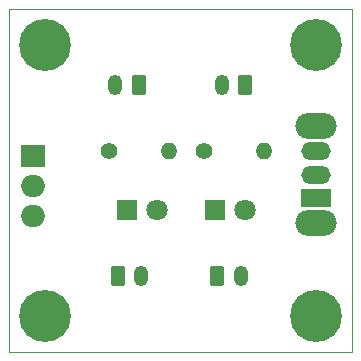
<source format=gtl>
%TF.GenerationSoftware,KiCad,Pcbnew,(6.0.0)*%
%TF.CreationDate,2022-01-22T14:04:59+01:00*%
%TF.ProjectId,Carte_elec_video_tigresse2,43617274-655f-4656-9c65-635f76696465,rev?*%
%TF.SameCoordinates,Original*%
%TF.FileFunction,Copper,L1,Top*%
%TF.FilePolarity,Positive*%
%FSLAX46Y46*%
G04 Gerber Fmt 4.6, Leading zero omitted, Abs format (unit mm)*
G04 Created by KiCad (PCBNEW (6.0.0)) date 2022-01-22 14:04:59*
%MOMM*%
%LPD*%
G01*
G04 APERTURE LIST*
G04 Aperture macros list*
%AMRoundRect*
0 Rectangle with rounded corners*
0 $1 Rounding radius*
0 $2 $3 $4 $5 $6 $7 $8 $9 X,Y pos of 4 corners*
0 Add a 4 corners polygon primitive as box body*
4,1,4,$2,$3,$4,$5,$6,$7,$8,$9,$2,$3,0*
0 Add four circle primitives for the rounded corners*
1,1,$1+$1,$2,$3*
1,1,$1+$1,$4,$5*
1,1,$1+$1,$6,$7*
1,1,$1+$1,$8,$9*
0 Add four rect primitives between the rounded corners*
20,1,$1+$1,$2,$3,$4,$5,0*
20,1,$1+$1,$4,$5,$6,$7,0*
20,1,$1+$1,$6,$7,$8,$9,0*
20,1,$1+$1,$8,$9,$2,$3,0*%
G04 Aperture macros list end*
%TA.AperFunction,Profile*%
%ADD10C,0.100000*%
%TD*%
%TA.AperFunction,ComponentPad*%
%ADD11R,2.000000X1.905000*%
%TD*%
%TA.AperFunction,ComponentPad*%
%ADD12O,2.000000X1.905000*%
%TD*%
%TA.AperFunction,ComponentPad*%
%ADD13RoundRect,0.250000X-0.350000X-0.625000X0.350000X-0.625000X0.350000X0.625000X-0.350000X0.625000X0*%
%TD*%
%TA.AperFunction,ComponentPad*%
%ADD14O,1.200000X1.750000*%
%TD*%
%TA.AperFunction,ComponentPad*%
%ADD15C,1.400000*%
%TD*%
%TA.AperFunction,ComponentPad*%
%ADD16O,1.400000X1.400000*%
%TD*%
%TA.AperFunction,ComponentPad*%
%ADD17R,1.800000X1.800000*%
%TD*%
%TA.AperFunction,ComponentPad*%
%ADD18C,1.800000*%
%TD*%
%TA.AperFunction,ComponentPad*%
%ADD19C,4.400000*%
%TD*%
%TA.AperFunction,ComponentPad*%
%ADD20O,3.500000X2.200000*%
%TD*%
%TA.AperFunction,ComponentPad*%
%ADD21R,2.500000X1.500000*%
%TD*%
%TA.AperFunction,ComponentPad*%
%ADD22O,2.500000X1.500000*%
%TD*%
%TA.AperFunction,ComponentPad*%
%ADD23RoundRect,0.250000X0.350000X0.625000X-0.350000X0.625000X-0.350000X-0.625000X0.350000X-0.625000X0*%
%TD*%
G04 APERTURE END LIST*
D10*
X170000000Y-132000000D02*
X199000000Y-132000000D01*
X170000000Y-103000000D02*
X170000000Y-132000000D01*
X199000000Y-103000000D02*
X170000000Y-103000000D01*
X199000000Y-132000000D02*
X199000000Y-103000000D01*
D11*
%TO.P,Q1,1,G*%
%TO.N,Net-(J1-Pad2)*%
X172055000Y-115460000D03*
D12*
%TO.P,Q1,2,S*%
%TO.N,Net-(D2-Pad1)*%
X172055000Y-118000000D03*
%TO.P,Q1,3,D*%
%TO.N,Net-(Q1-Pad3)*%
X172055000Y-120540000D03*
%TD*%
D13*
%TO.P,J2,1,Pin_1*%
%TO.N,Net-(D2-Pad1)*%
X179200000Y-125550000D03*
D14*
%TO.P,J2,2,Pin_2*%
%TO.N,GND*%
X181200000Y-125550000D03*
%TD*%
D15*
%TO.P,R2,1*%
%TO.N,Net-(D2-Pad1)*%
X178460000Y-115000000D03*
D16*
%TO.P,R2,2*%
%TO.N,Net-(D2-Pad2)*%
X183540000Y-115000000D03*
%TD*%
D17*
%TO.P,D1,1,K*%
%TO.N,GND*%
X187460000Y-120000000D03*
D18*
%TO.P,D1,2,A*%
%TO.N,Net-(D1-Pad2)*%
X190000000Y-120000000D03*
%TD*%
D17*
%TO.P,D2,1,K*%
%TO.N,Net-(D2-Pad1)*%
X180000000Y-120000000D03*
D18*
%TO.P,D2,2,A*%
%TO.N,Net-(D2-Pad2)*%
X182540000Y-120000000D03*
%TD*%
D19*
%TO.P,H1,1*%
%TO.N,N/C*%
X173000000Y-106000000D03*
%TD*%
D20*
%TO.P,SW1,*%
%TO.N,*%
X196000000Y-121100000D03*
X196000000Y-112900000D03*
D21*
%TO.P,SW1,1,A*%
%TO.N,Net-(J4-Pad2)*%
X196000000Y-119000000D03*
D22*
%TO.P,SW1,2,B*%
%TO.N,Net-(Q1-Pad3)*%
X196000000Y-117000000D03*
%TO.P,SW1,3*%
%TO.N,N/C*%
X196000000Y-115000000D03*
%TD*%
D13*
%TO.P,J3,1,Pin_1*%
%TO.N,Net-(D2-Pad1)*%
X187600000Y-125550000D03*
D14*
%TO.P,J3,2,Pin_2*%
%TO.N,GND*%
X189600000Y-125550000D03*
%TD*%
D23*
%TO.P,J4,1,Pin_1*%
%TO.N,GND*%
X190000000Y-109450000D03*
D14*
%TO.P,J4,2,Pin_2*%
%TO.N,Net-(J4-Pad2)*%
X188000000Y-109450000D03*
%TD*%
D15*
%TO.P,R1,1*%
%TO.N,Net-(J1-Pad2)*%
X186460000Y-115000000D03*
D16*
%TO.P,R1,2*%
%TO.N,Net-(D1-Pad2)*%
X191540000Y-115000000D03*
%TD*%
D23*
%TO.P,J1,1,Pin_1*%
%TO.N,GND*%
X181000000Y-109450000D03*
D14*
%TO.P,J1,2,Pin_2*%
%TO.N,Net-(J1-Pad2)*%
X179000000Y-109450000D03*
%TD*%
D19*
%TO.P,H2,1*%
%TO.N,N/C*%
X173000000Y-129000000D03*
%TD*%
%TO.P,H3,1*%
%TO.N,N/C*%
X196000000Y-129000000D03*
%TD*%
%TO.P,H4,1*%
%TO.N,N/C*%
X196000000Y-106000000D03*
%TD*%
M02*

</source>
